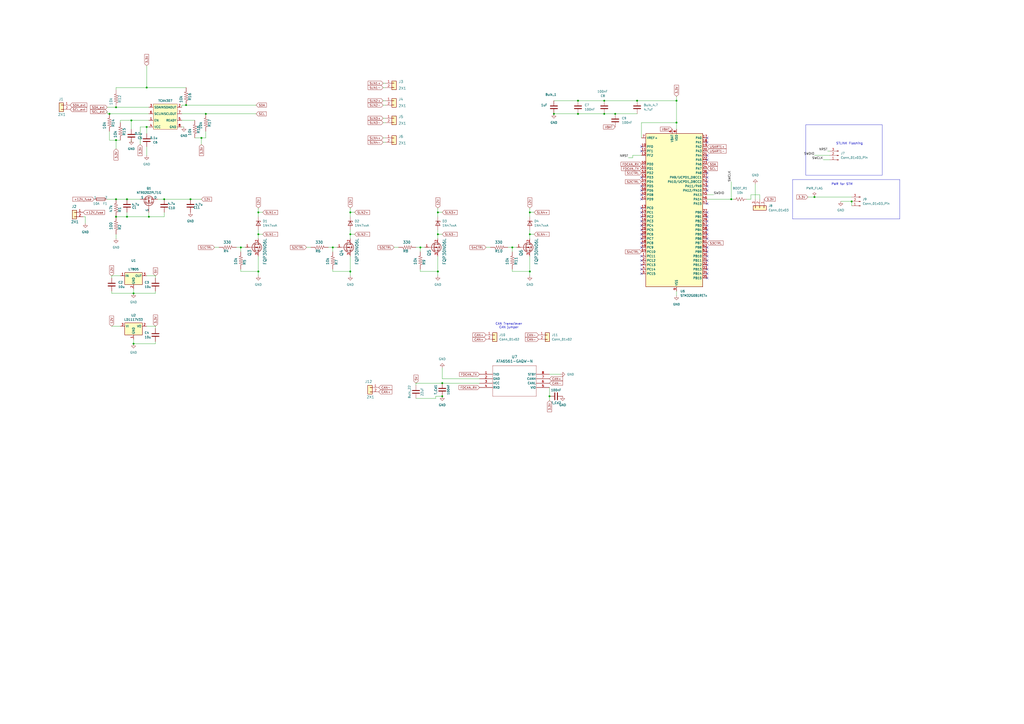
<source format=kicad_sch>
(kicad_sch (version 20250114) (generator "eeschema") (generator_version "9.0")
  (paper "A2")
  (text "STLINK Flashing\n" (at 492.76 83.312 0) (effects (font (size 1.27 1.27))))
  (text "CAN Transciever\nCAN jumper\n" (at 295.148 188.976 0) (effects (font (size 1.27 1.27))))
  (text "PWR for STM" (at 488.442 106.934 0) (effects (font (size 1.27 1.27))))
  (text_box "" (at 459.74 104.14 0) (size 62.23 22.86) (margins 0.9525 0.9525 0.9525 0.9525) (effects (font (size 1.27 1.27)) (justify left top)))
  (text_box "" (at 467.36 72.39 0) (size 44.45 29.21) (margins 0.9525 0.9525 0.9525 0.9525) (effects (font (size 1.27 1.27)) (justify left top)))
  (junction (at 139.7 143.51))
  (junction (at 73.66 115.57))
  (junction (at 254 157.48))
  (junction (at 77.47 199.39))
  (junction (at 110.49 115.57))
  (junction (at 392.43 58.42))
  (junction (at 335.28 66.04))
  (junction (at 350.52 58.42))
  (junction (at 203.2 123.19))
  (junction (at 203.2 135.89))
  (junction (at 67.31 115.57))
  (junction (at 243.84 143.51))
  (junction (at 63.5 66.04))
  (junction (at 193.04 143.51))
  (junction (at 256.54 229.87))
  (junction (at 356.87 66.04))
  (junction (at 256.54 222.25))
  (junction (at 254 123.19))
  (junction (at 472.44 114.3))
  (junction (at 307.34 135.89))
  (junction (at 149.86 157.48))
  (junction (at 350.52 66.04))
  (junction (at 335.28 58.42))
  (junction (at 107.95 60.96))
  (junction (at 95.25 115.57))
  (junction (at 424.18 115.57))
  (junction (at 76.2 69.85))
  (junction (at 149.86 123.19))
  (junction (at 73.66 125.73))
  (junction (at 307.34 157.48))
  (junction (at 149.86 135.89))
  (junction (at 119.38 66.04))
  (junction (at 318.77 229.87))
  (junction (at 85.09 50.8))
  (junction (at 392.43 71.12))
  (junction (at 494.03 116.84))
  (junction (at 307.34 123.19))
  (junction (at 116.84 80.01))
  (junction (at 297.18 143.51))
  (junction (at 85.09 73.66))
  (junction (at 321.31 66.04))
  (junction (at 67.31 81.28))
  (junction (at 86.36 125.73))
  (junction (at 67.31 125.73))
  (junction (at 67.31 62.23))
  (junction (at 254 135.89))
  (junction (at 203.2 157.48))
  (junction (at 369.57 58.42))
  (junction (at 77.47 170.18))
  (no_connect (at 372.11 148.59))
  (no_connect (at 410.21 156.21))
  (no_connect (at 410.21 92.71))
  (no_connect (at 372.11 120.65))
  (no_connect (at 372.11 87.63))
  (no_connect (at 372.11 115.57))
  (no_connect (at 372.11 130.81))
  (no_connect (at 372.11 128.27))
  (no_connect (at 372.11 156.21))
  (no_connect (at 410.21 123.19))
  (no_connect (at 410.21 161.29))
  (no_connect (at 410.21 143.51))
  (no_connect (at 410.21 107.95))
  (no_connect (at 372.11 110.49))
  (no_connect (at 410.21 151.13))
  (no_connect (at 372.11 107.95))
  (no_connect (at 410.21 105.41))
  (no_connect (at 410.21 158.75))
  (no_connect (at 410.21 133.35))
  (no_connect (at 410.21 80.01))
  (no_connect (at 372.11 143.51))
  (no_connect (at 372.11 151.13))
  (no_connect (at 410.21 102.87))
  (no_connect (at 372.11 113.03))
  (no_connect (at 372.11 153.67))
  (no_connect (at 372.11 125.73))
  (no_connect (at 410.21 100.33))
  (no_connect (at 372.11 140.97))
  (no_connect (at 410.21 110.49))
  (no_connect (at 410.21 125.73))
  (no_connect (at 372.11 138.43))
  (no_connect (at 410.21 128.27))
  (no_connect (at 372.11 123.19))
  (no_connect (at 372.11 158.75))
  (no_connect (at 410.21 82.55))
  (no_connect (at 372.11 133.35))
  (no_connect (at 410.21 148.59))
  (no_connect (at 410.21 138.43))
  (no_connect (at 372.11 102.87))
  (no_connect (at 410.21 146.05))
  (no_connect (at 372.11 135.89))
  (no_connect (at 410.21 118.11))
  (no_connect (at 410.21 135.89))
  (no_connect (at 410.21 90.17))
  (no_connect (at 410.21 153.67))
  (no_connect (at 410.21 130.81))
  (no_connect (at 372.11 85.09))
  (wire (pts (xy 222.25 82.55) (xy 223.52 82.55)))
  (wire (pts (xy 67.31 115.57) (xy 73.66 115.57)))
  (wire (pts (xy 307.34 157.48) (xy 307.34 160.02)))
  (wire (pts (xy 81.28 73.66) (xy 85.09 73.66)))
  (wire (pts (xy 392.43 55.88) (xy 392.43 58.42)))
  (wire (pts (xy 149.86 133.35) (xy 149.86 135.89)))
  (wire (pts (xy 392.43 58.42) (xy 369.57 58.42)))
  (wire (pts (xy 64.77 170.18) (xy 64.77 168.91)))
  (wire (pts (xy 203.2 123.19) (xy 205.74 123.19)))
  (wire (pts (xy 477.52 92.71) (xy 481.33 92.71)))
  (wire (pts (xy 149.86 135.89) (xy 149.86 138.43)))
  (wire (pts (xy 193.04 143.51) (xy 195.58 143.51)))
  (wire (pts (xy 203.2 123.19) (xy 203.2 125.73)))
  (wire (pts (xy 480.06 87.63) (xy 481.33 87.63)))
  (wire (pts (xy 63.5 81.28) (xy 67.31 81.28)))
  (wire (pts (xy 90.17 189.23) (xy 90.17 190.5)))
  (wire (pts (xy 254 135.89) (xy 254 138.43)))
  (wire (pts (xy 372.11 71.12) (xy 392.43 71.12)))
  (wire (pts (xy 297.18 143.51) (xy 297.18 146.05)))
  (wire (pts (xy 105.41 66.04) (xy 119.38 66.04)))
  (wire (pts (xy 297.18 143.51) (xy 299.72 143.51)))
  (wire (pts (xy 472.44 114.3) (xy 494.03 114.3)))
  (wire (pts (xy 63.5 76.2) (xy 63.5 81.28)))
  (wire (pts (xy 64.77 160.02) (xy 69.85 160.02)))
  (wire (pts (xy 139.7 143.51) (xy 142.24 143.51)))
  (wire (pts (xy 222.25 68.58) (xy 223.52 68.58)))
  (wire (pts (xy 63.5 66.04) (xy 62.23 66.04)))
  (wire (pts (xy 203.2 133.35) (xy 203.2 135.89)))
  (wire (pts (xy 62.23 115.57) (xy 67.31 115.57)))
  (wire (pts (xy 228.6 143.51) (xy 231.14 143.51)))
  (wire (pts (xy 48.26 125.73) (xy 49.53 125.73)))
  (wire (pts (xy 76.2 69.85) (xy 76.2 74.93)))
  (wire (pts (xy 424.18 115.57) (xy 425.45 115.57)))
  (wire (pts (xy 124.46 143.51) (xy 127 143.51)))
  (wire (pts (xy 281.94 143.51) (xy 284.48 143.51)))
  (wire (pts (xy 243.84 143.51) (xy 243.84 146.05)))
  (wire (pts (xy 193.04 157.48) (xy 203.2 157.48)))
  (wire (pts (xy 91.44 115.57) (xy 95.25 115.57)))
  (wire (pts (xy 252.73 231.14) (xy 252.73 229.87)))
  (wire (pts (xy 137.16 143.51) (xy 139.7 143.51)))
  (wire (pts (xy 85.09 50.8) (xy 85.09 38.1)))
  (wire (pts (xy 254 123.19) (xy 256.54 123.19)))
  (wire (pts (xy 69.85 69.85) (xy 69.85 71.12)))
  (wire (pts (xy 364.49 91.44) (xy 367.03 91.44)))
  (wire (pts (xy 297.18 156.21) (xy 297.18 157.48)))
  (wire (pts (xy 254 157.48) (xy 254 148.59)))
  (wire (pts (xy 243.84 156.21) (xy 243.84 157.48)))
  (wire (pts (xy 222.25 80.01) (xy 223.52 80.01)))
  (wire (pts (xy 350.52 58.42) (xy 369.57 58.42)))
  (wire (pts (xy 85.09 50.8) (xy 107.95 50.8)))
  (wire (pts (xy 119.38 66.04) (xy 148.59 66.04)))
  (wire (pts (xy 116.84 80.01) (xy 119.38 80.01)))
  (wire (pts (xy 81.28 73.66) (xy 81.28 83.82)))
  (wire (pts (xy 494.03 116.84) (xy 494.03 119.38)))
  (wire (pts (xy 73.66 115.57) (xy 81.28 115.57)))
  (wire (pts (xy 392.43 71.12) (xy 392.43 74.93)))
  (wire (pts (xy 307.34 135.89) (xy 307.34 138.43)))
  (wire (pts (xy 256.54 222.25) (xy 278.13 222.25)))
  (wire (pts (xy 297.18 157.48) (xy 307.34 157.48)))
  (wire (pts (xy 113.03 80.01) (xy 116.84 80.01)))
  (wire (pts (xy 367.03 90.17) (xy 372.11 90.17)))
  (wire (pts (xy 254 135.89) (xy 256.54 135.89)))
  (wire (pts (xy 86.36 69.85) (xy 76.2 69.85)))
  (wire (pts (xy 203.2 157.48) (xy 203.2 160.02)))
  (wire (pts (xy 110.49 115.57) (xy 95.25 115.57)))
  (wire (pts (xy 254 123.19) (xy 254 125.73)))
  (wire (pts (xy 222.25 58.42) (xy 223.52 58.42)))
  (wire (pts (xy 67.31 135.89) (xy 67.31 138.43)))
  (wire (pts (xy 193.04 156.21) (xy 193.04 157.48)))
  (wire (pts (xy 67.31 62.23) (xy 62.23 62.23)))
  (wire (pts (xy 73.66 123.19) (xy 73.66 125.73)))
  (wire (pts (xy 85.09 160.02) (xy 90.17 160.02)))
  (wire (pts (xy 90.17 160.02) (xy 90.17 161.29)))
  (wire (pts (xy 278.13 219.71) (xy 256.54 219.71)))
  (wire (pts (xy 372.11 71.12) (xy 372.11 80.01)))
  (wire (pts (xy 49.53 125.73) (xy 49.53 129.54)))
  (wire (pts (xy 241.3 143.51) (xy 243.84 143.51)))
  (wire (pts (xy 149.86 123.19) (xy 152.4 123.19)))
  (wire (pts (xy 424.18 105.41) (xy 424.18 115.57)))
  (wire (pts (xy 105.41 60.96) (xy 107.95 60.96)))
  (wire (pts (xy 149.86 120.65) (xy 149.86 123.19)))
  (wire (pts (xy 433.07 115.57) (xy 435.61 115.57)))
  (wire (pts (xy 318.77 229.87) (xy 318.77 224.79)))
  (wire (pts (xy 203.2 135.89) (xy 203.2 138.43)))
  (wire (pts (xy 63.5 66.04) (xy 86.36 66.04)))
  (wire (pts (xy 85.09 73.66) (xy 86.36 73.66)))
  (wire (pts (xy 77.47 167.64) (xy 77.47 170.18)))
  (wire (pts (xy 149.86 135.89) (xy 152.4 135.89)))
  (wire (pts (xy 307.34 133.35) (xy 307.34 135.89)))
  (wire (pts (xy 256.54 213.36) (xy 256.54 219.71)))
  (wire (pts (xy 95.25 123.19) (xy 95.25 125.73)))
  (wire (pts (xy 139.7 143.51) (xy 139.7 146.05)))
  (wire (pts (xy 252.73 229.87) (xy 256.54 229.87)))
  (wire (pts (xy 86.36 125.73) (xy 73.66 125.73)))
  (wire (pts (xy 105.41 69.85) (xy 113.03 69.85)))
  (wire (pts (xy 254 120.65) (xy 254 123.19)))
  (wire (pts (xy 67.31 62.23) (xy 86.36 62.23)))
  (wire (pts (xy 222.25 50.8) (xy 223.52 50.8)))
  (wire (pts (xy 243.84 143.51) (xy 246.38 143.51)))
  (wire (pts (xy 367.03 91.44) (xy 367.03 90.17)))
  (wire (pts (xy 321.31 58.42) (xy 335.28 58.42)))
  (wire (pts (xy 105.41 60.96) (xy 105.41 62.23)))
  (wire (pts (xy 86.36 123.19) (xy 86.36 125.73)))
  (wire (pts (xy 76.2 82.55) (xy 76.2 81.28)))
  (wire (pts (xy 105.41 73.66) (xy 106.68 73.66)))
  (wire (pts (xy 203.2 120.65) (xy 203.2 123.19)))
  (wire (pts (xy 107.95 60.96) (xy 148.59 60.96)))
  (wire (pts (xy 318.77 232.41) (xy 318.77 229.87)))
  (wire (pts (xy 294.64 143.51) (xy 297.18 143.51)))
  (wire (pts (xy 149.86 157.48) (xy 149.86 148.59)))
  (wire (pts (xy 307.34 123.19) (xy 307.34 125.73)))
  (wire (pts (xy 254 157.48) (xy 254 160.02)))
  (wire (pts (xy 90.17 170.18) (xy 90.17 168.91)))
  (wire (pts (xy 307.34 157.48) (xy 307.34 148.59)))
  (wire (pts (xy 67.31 50.8) (xy 67.31 52.07)))
  (wire (pts (xy 73.66 125.73) (xy 67.31 125.73)))
  (wire (pts (xy 222.25 60.96) (xy 223.52 60.96)))
  (wire (pts (xy 307.34 120.65) (xy 307.34 123.19)))
  (wire (pts (xy 410.21 115.57) (xy 424.18 115.57)))
  (wire (pts (xy 77.47 199.39) (xy 90.17 199.39)))
  (wire (pts (xy 468.63 114.3) (xy 472.44 114.3)))
  (wire (pts (xy 64.77 161.29) (xy 64.77 160.02)))
  (wire (pts (xy 116.84 80.01) (xy 116.84 83.82)))
  (wire (pts (xy 222.25 71.12) (xy 223.52 71.12)))
  (wire (pts (xy 243.84 157.48) (xy 254 157.48)))
  (wire (pts (xy 356.87 66.04) (xy 369.57 66.04)))
  (wire (pts (xy 85.09 90.17) (xy 85.09 85.09)))
  (wire (pts (xy 90.17 199.39) (xy 90.17 198.12)))
  (wire (pts (xy 119.38 80.01) (xy 119.38 76.2)))
  (wire (pts (xy 307.34 123.19) (xy 309.88 123.19)))
  (wire (pts (xy 222.25 48.26) (xy 223.52 48.26)))
  (wire (pts (xy 435.61 115.57) (xy 435.61 113.03)))
  (wire (pts (xy 321.31 66.04) (xy 335.28 66.04)))
  (wire (pts (xy 116.84 115.57) (xy 110.49 115.57)))
  (wire (pts (xy 76.2 69.85) (xy 69.85 69.85)))
  (wire (pts (xy 203.2 157.48) (xy 203.2 148.59)))
  (wire (pts (xy 307.34 135.89) (xy 309.88 135.89)))
  (wire (pts (xy 410.21 113.03) (xy 414.02 113.03)))
  (wire (pts (xy 85.09 77.47) (xy 85.09 73.66)))
  (wire (pts (xy 241.3 222.25) (xy 241.3 223.52)))
  (wire (pts (xy 241.3 231.14) (xy 252.73 231.14)))
  (wire (pts (xy 64.77 170.18) (xy 77.47 170.18)))
  (wire (pts (xy 335.28 66.04) (xy 350.52 66.04)))
  (wire (pts (xy 335.28 58.42) (xy 350.52 58.42)))
  (wire (pts (xy 67.31 81.28) (xy 69.85 81.28)))
  (wire (pts (xy 177.8 143.51) (xy 180.34 143.51)))
  (wire (pts (xy 139.7 157.48) (xy 149.86 157.48)))
  (wire (pts (xy 67.31 50.8) (xy 85.09 50.8)))
  (wire (pts (xy 85.09 189.23) (xy 90.17 189.23)))
  (wire (pts (xy 77.47 196.85) (xy 77.47 199.39)))
  (wire (pts (xy 241.3 222.25) (xy 256.54 222.25)))
  (wire (pts (xy 64.77 189.23) (xy 69.85 189.23)))
  (wire (pts (xy 318.77 217.17) (xy 325.12 217.17)))
  (wire (pts (xy 472.44 90.17) (xy 481.33 90.17)))
  (wire (pts (xy 190.5 143.51) (xy 193.04 143.51)))
  (wire (pts (xy 440.69 113.03) (xy 440.69 115.57)))
  (wire (pts (xy 139.7 156.21) (xy 139.7 157.48)))
  (wire (pts (xy 438.15 106.68) (xy 438.15 115.57)))
  (wire (pts (xy 149.86 123.19) (xy 149.86 125.73)))
  (wire (pts (xy 149.86 157.48) (xy 149.86 160.02)))
  (wire (pts (xy 193.04 143.51) (xy 193.04 146.05)))
  (wire (pts (xy 67.31 81.28) (xy 67.31 86.36)))
  (wire (pts (xy 494.03 116.84) (xy 487.68 116.84)))
  (wire (pts (xy 435.61 113.03) (xy 440.69 113.03)))
  (wire (pts (xy 392.43 168.91) (xy 392.43 171.45)))
  (wire (pts (xy 203.2 135.89) (xy 205.74 135.89)))
  (wire (pts (xy 77.47 170.18) (xy 90.17 170.18)))
  (wire (pts (xy 62.23 66.04) (xy 62.23 64.77)))
  (wire (pts (xy 392.43 58.42) (xy 392.43 71.12)))
  (wire (pts (xy 95.25 125.73) (xy 86.36 125.73)))
  (wire (pts (xy 254 133.35) (xy 254 135.89)))
  (wire (pts (xy 350.52 66.04) (xy 356.87 66.04)))
  (label "SWCLK" (at 477.52 92.71 180))
  (label "SWDIO" (at 414.02 113.03 0))
  (label "SWDIO" (at 472.44 90.17 180))
  (label "NRST" (at 364.49 91.44 180))
  (label "SWCLK" (at 424.18 105.41 90))
  (label "NRST" (at 480.06 87.63 180))
  (global_label "3.3V" (shape input) (at 443.23 115.57 0) (property "Intersheetrefs" "${INTERSHEET_REFS}" (effects (hide yes))))
  (global_label "CAN+" (shape input) (at 281.94 194.31 180) (property "Intersheetrefs" "${INTERSHEET_REFS}" (effects (hide yes))))
  (global_label "SLN4+" (shape input) (at 222.25 80.01 180) (property "Intersheetrefs" "${INTERSHEET_REFS}" (effects (hide yes))))
  (global_label "S3CTRL" (shape input) (at 228.6 143.51 180) (property "Intersheetrefs" "${INTERSHEET_REFS}" (effects (hide yes))))
  (global_label "12V" (shape input) (at 149.86 120.65 90) (property "Intersheetrefs" "${INTERSHEET_REFS}" (effects (hide yes))))
  (global_label "S2CTRL" (shape input) (at 177.8 143.51 180) (property "Intersheetrefs" "${INTERSHEET_REFS}" (effects (hide yes))))
  (global_label "SDA_ext" (shape input) (at 62.23 62.23 180) (property "Intersheetrefs" "${INTERSHEET_REFS}" (effects (hide yes))))
  (global_label "VBAT" (shape input) (at 389.89 74.93 180) (property "Intersheetrefs" "${INTERSHEET_REFS}" (effects (hide yes))))
  (global_label "SLN1-" (shape input) (at 222.25 50.8 180) (property "Intersheetrefs" "${INTERSHEET_REFS}" (effects (hide yes))))
  (global_label "12V" (shape input) (at 64.77 189.23 90) (property "Intersheetrefs" "${INTERSHEET_REFS}" (effects (hide yes))))
  (global_label "USART1-" (shape input) (at 410.21 87.63 0) (property "Intersheetrefs" "${INTERSHEET_REFS}" (effects (hide yes))))
  (global_label "12V" (shape input) (at 307.34 120.65 90) (property "Intersheetrefs" "${INTERSHEET_REFS}" (effects (hide yes))))
  (global_label "CAN-" (shape input) (at 312.42 196.85 180) (property "Intersheetrefs" "${INTERSHEET_REFS}" (effects (hide yes))))
  (global_label "S4CTRL" (shape input) (at 281.94 143.51 180) (property "Intersheetrefs" "${INTERSHEET_REFS}" (effects (hide yes))))
  (global_label "5V" (shape input) (at 241.3 222.25 90) (property "Intersheetrefs" "${INTERSHEET_REFS}" (effects (hide yes))))
  (global_label "SDA" (shape input) (at 148.59 60.96 0) (property "Intersheetrefs" "${INTERSHEET_REFS}" (effects (hide yes))))
  (global_label "SCL" (shape input) (at 148.59 66.04 0) (property "Intersheetrefs" "${INTERSHEET_REFS}" (effects (hide yes))))
  (global_label "SCL" (shape input) (at 410.21 97.79 0) (property "Intersheetrefs" "${INTERSHEET_REFS}" (effects (hide yes))))
  (global_label "SLN1+" (shape input) (at 222.25 48.26 180) (property "Intersheetrefs" "${INTERSHEET_REFS}" (effects (hide yes))))
  (global_label "CAN-" (shape input) (at 219.71 224.79 0) (property "Intersheetrefs" "${INTERSHEET_REFS}" (effects (hide yes))))
  (global_label "12V" (shape input) (at 254 120.65 90) (property "Intersheetrefs" "${INTERSHEET_REFS}" (effects (hide yes))))
  (global_label "SLN2-" (shape input) (at 205.74 135.89 0) (property "Intersheetrefs" "${INTERSHEET_REFS}" (effects (hide yes))))
  (global_label "3.3V" (shape input) (at 90.17 189.23 90) (property "Intersheetrefs" "${INTERSHEET_REFS}" (effects (hide yes))))
  (global_label "SLN4-" (shape input) (at 222.25 82.55 180) (property "Intersheetrefs" "${INTERSHEET_REFS}" (effects (hide yes))))
  (global_label "SLN3+" (shape input) (at 256.54 123.19 0) (property "Intersheetrefs" "${INTERSHEET_REFS}" (effects (hide yes))))
  (global_label "3.3V" (shape input) (at 67.31 86.36 270) (property "Intersheetrefs" "${INTERSHEET_REFS}" (effects (hide yes))))
  (global_label "VBAT" (shape input) (at 356.87 73.66 180) (property "Intersheetrefs" "${INTERSHEET_REFS}" (effects (hide yes))))
  (global_label "SLN3+" (shape input) (at 222.25 68.58 180) (property "Intersheetrefs" "${INTERSHEET_REFS}" (effects (hide yes))))
  (global_label "+12V_fuse" (shape input) (at 48.26 123.19 0) (property "Intersheetrefs" "${INTERSHEET_REFS}" (effects (hide yes))))
  (global_label "3.3V" (shape input) (at 468.63 114.3 180) (property "Intersheetrefs" "${INTERSHEET_REFS}" (effects (hide yes))))
  (global_label "FDCAN_RX" (shape input) (at 372.11 95.25 180) (property "Intersheetrefs" "${INTERSHEET_REFS}" (effects (hide yes))))
  (global_label "12V" (shape input) (at 203.2 120.65 90) (property "Intersheetrefs" "${INTERSHEET_REFS}" (effects (hide yes))))
  (global_label "FDCAN_TX" (shape input) (at 278.13 217.17 180) (property "Intersheetrefs" "${INTERSHEET_REFS}" (effects (hide yes))))
  (global_label "S4CTRL" (shape input) (at 372.11 146.05 180) (property "Intersheetrefs" "${INTERSHEET_REFS}" (effects (hide yes))))
  (global_label "SLN2+" (shape input) (at 222.25 58.42 180) (property "Intersheetrefs" "${INTERSHEET_REFS}" (effects (hide yes))))
  (global_label "+12V_fuse" (shape input) (at 54.61 115.57 180) (property "Intersheetrefs" "${INTERSHEET_REFS}" (effects (hide yes))))
  (global_label "FDCAN_TX" (shape input) (at 372.11 97.79 180) (property "Intersheetrefs" "${INTERSHEET_REFS}" (effects (hide yes))))
  (global_label "SDA_ext" (shape input) (at 40.64 60.96 0) (property "Intersheetrefs" "${INTERSHEET_REFS}" (effects (hide yes))))
  (global_label "S1CTRL" (shape input) (at 372.11 100.33 180) (property "Intersheetrefs" "${INTERSHEET_REFS}" (effects (hide yes))))
  (global_label "SLN3-" (shape input) (at 256.54 135.89 0) (property "Intersheetrefs" "${INTERSHEET_REFS}" (effects (hide yes))))
  (global_label "SLN1-" (shape input) (at 152.4 135.89 0) (property "Intersheetrefs" "${INTERSHEET_REFS}" (effects (hide yes))))
  (global_label "12V" (shape input) (at 64.77 160.02 90) (property "Intersheetrefs" "${INTERSHEET_REFS}" (effects (hide yes))))
  (global_label "USART1+" (shape input) (at 410.21 85.09 0) (property "Intersheetrefs" "${INTERSHEET_REFS}" (effects (hide yes))))
  (global_label "SCL_ext" (shape input) (at 40.64 63.5 0) (property "Intersheetrefs" "${INTERSHEET_REFS}" (effects (hide yes))))
  (global_label "FDCAN_RX" (shape input) (at 278.13 224.79 180) (property "Intersheetrefs" "${INTERSHEET_REFS}" (effects (hide yes))))
  (global_label "CAN+" (shape input) (at 281.94 196.85 180) (property "Intersheetrefs" "${INTERSHEET_REFS}" (effects (hide yes))))
  (global_label "SLN3-" (shape input) (at 222.25 71.12 180) (property "Intersheetrefs" "${INTERSHEET_REFS}" (effects (hide yes))))
  (global_label "SLN2+" (shape input) (at 205.74 123.19 0) (property "Intersheetrefs" "${INTERSHEET_REFS}" (effects (hide yes))))
  (global_label "3.3V" (shape input) (at 392.43 55.88 90) (property "Intersheetrefs" "${INTERSHEET_REFS}" (effects (hide yes))))
  (global_label "CAN-" (shape input) (at 318.77 222.25 0) (property "Intersheetrefs" "${INTERSHEET_REFS}" (effects (hide yes))))
  (global_label "3.3V" (shape input) (at 116.84 83.82 270) (property "Intersheetrefs" "${INTERSHEET_REFS}" (effects (hide yes))))
  (global_label "3.3V" (shape input) (at 85.09 38.1 90) (property "Intersheetrefs" "${INTERSHEET_REFS}" (effects (hide yes))))
  (global_label "CAN-" (shape input) (at 312.42 194.31 180) (property "Intersheetrefs" "${INTERSHEET_REFS}" (effects (hide yes))))
  (global_label "S1CTRL" (shape input) (at 124.46 143.51 180) (property "Intersheetrefs" "${INTERSHEET_REFS}" (effects (hide yes))))
  (global_label "3.3V" (shape input) (at 81.28 83.82 270) (property "Intersheetrefs" "${INTERSHEET_REFS}" (effects (hide yes))))
  (global_label "5V" (shape input) (at 90.17 160.02 90) (property "Intersheetrefs" "${INTERSHEET_REFS}" (effects (hide yes))))
  (global_label "CAN+" (shape input) (at 318.77 219.71 0) (property "Intersheetrefs" "${INTERSHEET_REFS}" (effects (hide yes))))
  (global_label "SLN4+" (shape input) (at 309.88 123.19 0) (property "Intersheetrefs" "${INTERSHEET_REFS}" (effects (hide yes))))
  (global_label "S3CTRL" (shape input) (at 410.21 140.97 0) (property "Intersheetrefs" "${INTERSHEET_REFS}" (effects (hide yes))))
  (global_label "SCL_ext" (shape input) (at 62.23 64.77 180) (property "Intersheetrefs" "${INTERSHEET_REFS}" (effects (hide yes))))
  (global_label "SLN1+" (shape input) (at 152.4 123.19 0) (property "Intersheetrefs" "${INTERSHEET_REFS}" (effects (hide yes))))
  (global_label "CAN+" (shape input) (at 219.71 227.33 0) (property "Intersheetrefs" "${INTERSHEET_REFS}" (effects (hide yes))))
  (global_label "S2CTRL" (shape input) (at 372.11 105.41 180) (property "Intersheetrefs" "${INTERSHEET_REFS}" (effects (hide yes))))
  (global_label "3.3V" (shape input) (at 318.77 232.41 270) (property "Intersheetrefs" "${INTERSHEET_REFS}" (effects (hide yes))))
  (global_label "SLN4-" (shape input) (at 309.88 135.89 0) (property "Intersheetrefs" "${INTERSHEET_REFS}" (effects (hide yes))))
  (global_label "SLN2-" (shape input) (at 222.25 60.96 180) (property "Intersheetrefs" "${INTERSHEET_REFS}" (effects (hide yes))))
  (global_label "SDA" (shape input) (at 410.21 95.25 0) (property "Intersheetrefs" "${INTERSHEET_REFS}" (effects (hide yes))))
  (global_label "12V" (shape input) (at 116.84 115.57 0) (property "Intersheetrefs" "${INTERSHEET_REFS}" (effects (hide yes))))
  (symbol (lib_id "Device:C") (at 90.17 194.31 0) (unit 1)
    (property "Reference" "C4" (at 83.82 193.04 0) (effects (justify left)))
    (property "Value" "10u" (at 83.82 195.58 0) (effects (justify left)))
    (property "Footprint" "Capacitor_THT:CP_Radial_D5.0mm_P2.00mm" (effects (hide yes)))
  )
  (symbol (lib_id "Transistor_FET:IRLZ34N") (at 251.46 143.51 0) (unit 1)
    (property "Reference" "Q5" (at 248.92 148.59 90) (effects (font (size 1.778 1.778)) (justify left)))
    (property "Value" "FQP30N06L" (at 257.81 153.67 90) (effects (font (size 1.778 1.778)) (justify left)))
    (property "Footprint" "Package_TO_SOT_THT:TO-220-3_Vertical" (effects (hide yes)))
    (property "Datasheet" "http://www.infineon.com/dgdl/irlz34npbf.pdf?fileId=5546d462533600a40153567206892720" (effects (hide yes)))
  )
  (symbol (lib_id "Device:C") (at 73.66 119.38 180) (unit 1)
    (property "Reference" "C1" (at 79.248 120.396 0) (effects (justify left)))
    (property "Value" "4.7u" (at 80.772 118.618 0) (effects (justify left)))
    (property "Footprint" "Capacitor_SMD:C_0402_1005Metric" (effects (hide yes)))
  )
  (symbol (lib_id "Connector_Generic:Conn_01x02") (at 287.02 194.31 0) (unit 1)
    (property "Reference" "J10" (at 289.56 194.3099 0) (effects (justify left)))
    (property "Value" "Conn_01x02" (at 289.56 196.8499 0) (effects (justify left)))
    (property "Footprint" "Connector_PinHeader_2.54mm:PinHeader_1x02_P2.54mm_Vertical" (effects (hide yes)))
    (property "Description" "Generic connector, single row, 01x02, script generated (kicad-library-utils/schlib/autogen/connector/)" (effects (hide yes)))
  )
  (symbol (lib_id "PowerboardRev5-eagle-import:R-US_R0805") (at 297.18 151.13 270) (mirror x) (unit 1)
    (property "Reference" "R11" (at 298.45 153.67 0) (effects (font (size 1.4986 1.4986)) (justify left bottom)))
    (property "Value" "10k" (at 293.37 153.67 0) (effects (font (size 1.4986 1.4986)) (justify left bottom)))
    (property "Footprint" "Resistor_SMD:R_0805_2012Metric_Pad1.20x1.40mm_HandSolder" (effects (hide yes)))
  )
  (symbol (lib_id "power:GND") (at 256.54 213.36 180) (unit 1)
    (property "Reference" "#PWR050" (effects (hide yes)))
    (property "Value" "GND" (at 256.54 208.28 0))
  )
  (symbol (lib_id "Transistor_FET:IRLZ34N") (at 200.66 143.51 0) (unit 1)
    (property "Reference" "Q4" (at 198.12 148.59 90) (effects (font (size 1.778 1.778)) (justify left)))
    (property "Value" "FQP30N06L" (at 207.01 153.67 90) (effects (font (size 1.778 1.778)) (justify left)))
    (property "Footprint" "Package_TO_SOT_THT:TO-220-3_Vertical" (effects (hide yes)))
    (property "Datasheet" "http://www.infineon.com/dgdl/irlz34npbf.pdf?fileId=5546d462533600a40153567206892720" (effects (hide yes)))
  )
  (symbol (lib_id "power:GND") (at 256.54 229.87 0) (unit 1)
    (property "Reference" "#PWR049" (effects (hide yes)))
    (property "Value" "GND" (at 256.54 234.95 0))
  )
  (symbol (lib_id "PowerboardRev5-eagle-import:R-US_R0805") (at 67.31 130.81 270) (mirror x) (unit 1)
    (property "Reference" "R2" (at 68.58 133.35 0) (effects (font (size 1.4986 1.4986)) (justify left bottom)))
    (property "Value" "100" (at 63.5 133.35 0) (effects (font (size 1.4986 1.4986)) (justify left bottom)))
    (property "Footprint" "Resistor_SMD:R_0805_2012Metric_Pad1.20x1.40mm_HandSolder" (effects (hide yes)))
  )
  (symbol (lib_id "Connector_Generic:Conn_01x03") (at 440.69 120.65 270) (unit 1)
    (property "Reference" "J8" (at 445.77 119.3799 90) (effects (justify left)))
    (property "Value" "Conn_01x03" (at 445.77 121.9199 90) (effects (justify left)))
    (property "Footprint" "custom_components:slide_switch_EGER1218_Thruster" (effects (hide yes)))
    (property "Description" "Generic connector, single row, 01x03, script generated (kicad-library-utils/schlib/autogen/connector/)" (effects (hide yes)))
  )
  (symbol (lib_id "power:GND") (at 321.31 66.04 0) (unit 1)
    (property "Reference" "#PWR052" (effects (hide yes)))
    (property "Value" "GND" (at 321.31 71.12 0))
  )
  (symbol (lib_id "Connector_Generic:Conn_01x02") (at 228.6 68.58 0) (unit 1)
    (property "Reference" "J5" (at 231.14 68.58 0) (effects (font (size 1.4986 1.4986)) (justify left bottom)))
    (property "Value" "2X1" (at 231.14 72.39 0) (effects (font (size 1.4986 1.4986)) (justify left bottom)))
    (property "Footprint" "Connector_JST:JST_PH_B2B-PH-K_1x02_P2.00mm_Vertical" (effects (hide yes)))
  )
  (symbol (lib_id "power:GND") (at 326.39 229.87 0) (unit 1)
    (property "Reference" "#PWR048" (effects (hide yes)))
    (property "Value" "GND" (at 326.39 234.95 0))
  )
  (symbol (lib_id "Device:R_US") (at 429.26 115.57 90) (unit 1)
    (property "Reference" "BOOT_R1" (at 429.26 109.22 90))
    (property "Value" "10k" (at 429.26 111.76 90))
    (property "Footprint" "Resistor_SMD:R_0805_2012Metric_Pad1.20x1.40mm_HandSolder" (effects (hide yes)))
    (property "Description" "Resistor, US symbol" (effects (hide yes)))
  )
  (symbol (lib_id "Device:C") (at 350.52 62.23 0) (mirror y) (unit 1)
    (property "Reference" "C8" (at 351.028 55.626 0) (effects (justify left)))
    (property "Value" "100nF" (at 352.552 53.086 0) (effects (justify left)))
    (property "Footprint" "Capacitor_SMD:C_0805_2012Metric_Pad1.18x1.45mm_HandSolder" (effects (hide yes)))
    (property "Description" "Unpolarized capacitor" (effects (hide yes)))
  )
  (symbol (lib_id "Device:C") (at 322.58 229.87 90) (unit 1)
    (property "Reference" "T_Cd2" (at 322.58 233.68 90))
    (property "Value" "100nF" (at 322.58 226.314 90))
    (property "Footprint" "Capacitor_SMD:C_0805_2012Metric_Pad1.18x1.45mm_HandSolder" (effects (hide yes)))
    (property "Description" "Unpolarized capacitor" (effects (hide yes)))
  )
  (symbol (lib_id "PowerboardRev5-eagle-import:R-US_R0805") (at 132.08 143.51 0) (mirror x) (unit 1)
    (property "Reference" "R4" (at 129.54 144.78 0) (effects (font (size 1.4986 1.4986)) (justify left bottom)))
    (property "Value" "330" (at 129.54 139.7 0) (effects (font (size 1.4986 1.4986)) (justify left bottom)))
    (property "Footprint" "Resistor_SMD:R_0805_2012Metric_Pad1.20x1.40mm_HandSolder" (effects (hide yes)))
  )
  (symbol (lib_id "Connector_Generic:Conn_01x02") (at 228.6 80.01 0) (unit 1)
    (property "Reference" "J6" (at 231.14 80.01 0) (effects (font (size 1.4986 1.4986)) (justify left bottom)))
    (property "Value" "2X1" (at 231.14 83.82 0) (effects (font (size 1.4986 1.4986)) (justify left bottom)))
    (property "Footprint" "Connector_JST:JST_PH_B2B-PH-K_1x02_P2.00mm_Vertical" (effects (hide yes)))
  )
  (symbol (lib_id "Device:C") (at 241.3 227.33 0) (unit 1)
    (property "Reference" "Bulk_22" (at 237.49 227.33 90))
    (property "Value" "22uF" (at 244.856 227.33 90))
    (property "Footprint" "Capacitor_SMD:C_0805_2012Metric_Pad1.18x1.45mm_HandSolder" (effects (hide yes)))
    (property "Description" "Unpolarized capacitor" (effects (hide yes)))
  )
  (symbol (lib_id "PowerboardRev5-eagle-import:R-US_R0805") (at 63.5 71.12 270) (mirror x) (unit 1)
    (property "Reference" "R14" (at 64.77 73.66 0) (effects (font (size 1.4986 1.4986)) (justify left bottom)))
    (property "Value" "10k" (at 59.69 74.93 0) (effects (font (size 1.4986 1.4986)) (justify left bottom)))
    (property "Footprint" "Resistor_SMD:R_0805_2012Metric_Pad1.20x1.40mm_HandSolder" (effects (hide yes)))
  )
  (symbol (lib_id "Regulator_Linear:LD1117S33TR_SOT223") (at 77.47 189.23 0) (unit 1)
    (property "Reference" "U2" (at 77.47 182.88 0))
    (property "Value" "LD1117V33" (at 77.47 185.42 0))
    (property "Footprint" "Package_TO_SOT_THT:TO-220-3_Vertical" (effects (hide yes)))
    (property "Datasheet" "http://www.st.com/st-web-ui/static/active/en/resource/technical/document/datasheet/CD00000544.pdf" (effects (hide yes)))
  )
  (symbol (lib_id "power:GND") (at 106.68 73.66 0) (unit 1)
    (property "Reference" "#PWR034" (effects (hide yes)))
    (property "Value" "GND" (at 106.68 78.74 0))
  )
  (symbol (lib_id "PowerboardRev5-eagle-import:R-US_R0805") (at 107.95 55.88 270) (mirror x) (unit 1)
    (property "Reference" "R16" (at 109.22 58.42 0) (effects (font (size 1.4986 1.4986)) (justify left bottom)))
    (property "Value" "10k" (at 104.14 59.69 0) (effects (font (size 1.4986 1.4986)) (justify left bottom)))
    (property "Footprint" "Resistor_SMD:R_0805_2012Metric_Pad1.20x1.40mm_HandSolder" (effects (hide yes)))
  )
  (symbol (lib_id "power:GND") (at 487.68 116.84 0) (unit 1)
    (property "Reference" "#PWR053" (effects (hide yes)))
    (property "Value" "GND" (at 487.68 121.92 0))
  )
  (symbol (lib_id "Device:C") (at 256.54 226.06 0) (unit 1)
    (property "Reference" "T_Cd1" (at 252.73 226.06 90))
    (property "Value" "100nF" (at 260.096 226.06 90))
    (property "Footprint" "Capacitor_SMD:C_0805_2012Metric_Pad1.18x1.45mm_HandSolder" (effects (hide yes)))
    (property "Description" "Unpolarized capacitor" (effects (hide yes)))
  )
  (symbol (lib_id "power:GND") (at 77.47 170.18 0) (unit 1)
    (property "Reference" "#PWR012" (effects (hide yes)))
    (property "Value" "GND" (at 77.47 175.26 0))
  )
  (symbol (lib_id "PowerboardRev5-eagle-import:R-US_R0805") (at 113.03 74.93 270) (mirror x) (unit 1)
    (property "Reference" "R18" (at 114.3 77.47 0) (effects (font (size 1.4986 1.4986)) (justify left bottom)))
    (property "Value" "10k" (at 109.22 78.74 0) (effects (font (size 1.4986 1.4986)) (justify left bottom)))
    (property "Footprint" "Capacitor_SMD:C_0201_0603Metric" (effects (hide yes)))
    (property "Datasheet" "Resistor_SMD:R_0805_2012Metric_Pad1.20x1.40mm_HandSolder" (effects (hide yes)))
  )
  (symbol (lib_id "PowerboardRev5-eagle-import:R-US_R0805") (at 69.85 76.2 270) (mirror x) (unit 1)
    (property "Reference" "R15" (at 71.12 78.74 0) (effects (font (size 1.4986 1.4986)) (justify left bottom)))
    (property "Value" "10k" (at 66.04 80.01 0) (effects (font (size 1.4986 1.4986)) (justify left bottom)))
    (property "Footprint" "Resistor_SMD:R_0805_2012Metric_Pad1.20x1.40mm_HandSolder" (effects (hide yes)))
  )
  (symbol (lib_id "Diode:1N47xxA") (at 203.2 129.54 270) (unit 1)
    (property "Reference" "D2" (at 205.74 128.27 90) (effects (justify left)))
    (property "Value" "1N47xxA" (at 205.74 130.81 90) (effects (justify left)))
    (property "Footprint" "Diode_THT:D_DO-41_SOD81_P10.16mm_Horizontal" (effects (hide yes)))
    (property "Datasheet" "https://www.vishay.com/docs/85816/1n4728a.pdf" (effects (hide yes)))
  )
  (symbol (lib_id "power:GND") (at 254 160.02 0) (unit 1)
    (property "Reference" "#PWR020" (effects (hide yes)))
    (property "Value" "GND" (at 254 165.1 0))
  )
  (symbol (lib_id "power:GND") (at 203.2 160.02 0) (unit 1)
    (property "Reference" "#PWR019" (effects (hide yes)))
    (property "Value" "GND" (at 203.2 165.1 0))
  )
  (symbol (lib_id "Connector_Generic:Conn_01x02") (at 43.18 123.19 0) (mirror y) (unit 1)
    (property "Reference" "J2" (at 44.45 120.65 0) (effects (font (size 1.4986 1.4986)) (justify left bottom)))
    (property "Value" "2X1" (at 45.72 129.54 0) (effects (font (size 1.4986 1.4986)) (justify left bottom)))
    (property "Footprint" "Connector_JST:JST_PH_B2B-PH-K_1x02_P2.00mm_Vertical" (effects (hide yes)))
  )
  (symbol (lib_id "PowerboardRev5-eagle-import:R-US_R0805") (at 119.38 71.12 270) (mirror x) (unit 1)
    (property "Reference" "R17" (at 120.65 73.66 0) (effects (font (size 1.4986 1.4986)) (justify left bottom)))
    (property "Value" "10k" (at 115.57 74.93 0) (effects (font (size 1.4986 1.4986)) (justify left bottom)))
    (property "Footprint" "Resistor_SMD:R_0805_2012Metric_Pad1.20x1.40mm_HandSolder" (effects (hide yes)))
  )
  (symbol (lib_id "MCU_ST_STM32G0:STM32G0B1RETx") (at 389.89 123.19 0) (unit 1)
    (property "Reference" "U6" (at 394.6241 168.91 0) (effects (justify left)))
    (property "Value" "STM32G0B1RETx" (at 394.6241 171.45 0) (effects (justify left)))
    (property "Footprint" "Package_QFP:LQFP-64_10x10mm_P0.5mm" (effects (hide yes)))
    (property "Datasheet" "https://www.st.com/resource/en/datasheet/stm32g0b1re.pdf" (effects (hide yes)))
  )
  (symbol (lib_id "Device:C") (at 90.17 165.1 0) (unit 1)
    (property "Reference" "C3" (at 83.82 163.83 0) (effects (justify left)))
    (property "Value" "10u" (at 83.82 166.37 0) (effects (justify left)))
    (property "Footprint" "Capacitor_THT:CP_Radial_D5.0mm_P2.00mm" (effects (hide yes)))
  )
  (symbol (lib_id "power:GND") (at 67.31 138.43 0) (unit 1)
    (property "Reference" "#PWR01" (effects (hide yes)))
    (property "Value" "GND" (at 67.31 143.51 0))
  )
  (symbol (lib_id "PowerboardRev5-eagle-import:R-US_R0805") (at 67.31 120.65 270) (mirror x) (unit 1)
    (property "Reference" "R1" (at 68.58 123.19 0) (effects (font (size 1.4986 1.4986)) (justify left bottom)))
    (property "Value" "47k" (at 63.5 123.19 0) (effects (font (size 1.4986 1.4986)) (justify left bottom)))
    (property "Footprint" "Resistor_SMD:R_0805_2012Metric_Pad1.20x1.40mm_HandSolder" (effects (hide yes)))
  )
  (symbol (lib_id "Device:C") (at 110.49 119.38 180) (unit 1)
    (property "Reference" "C11" (at 116.078 120.396 0) (effects (justify left)))
    (property "Value" "4.7u" (at 117.602 118.618 0) (effects (justify left)))
    (property "Footprint" "Capacitor_SMD:C_0402_1005Metric" (effects (hide yes)))
  )
  (symbol (lib_id "Diode:1N47xxA") (at 254 129.54 270) (unit 1)
    (property "Reference" "D3" (at 256.54 128.27 90) (effects (justify left)))
    (property "Value" "1N47xxA" (at 256.54 130.81 90) (effects (justify left)))
    (property "Footprint" "Diode_THT:D_DO-41_SOD81_P10.16mm_Horizontal" (effects (hide yes)))
    (property "Datasheet" "https://www.vishay.com/docs/85816/1n4728a.pdf" (effects (hide yes)))
  )
  (symbol (lib_id "power:GND") (at 438.15 106.68 180) (unit 1)
    (property "Reference" "#PWR044" (effects (hide yes)))
    (property "Value" "GND" (at 438.15 101.6 0))
  )
  (symbol (lib_id "power:GND") (at 325.12 217.17 90) (unit 1)
    (property "Reference" "#PWR047" (effects (hide yes)))
    (property "Value" "GND" (at 328.93 217.1699 90) (effects (justify right)))
  )
  (symbol (lib_id "Transistor_FET:IRLZ34N") (at 304.8 143.51 0) (unit 1)
    (property "Reference" "Q6" (at 302.26 148.59 90) (effects (font (size 1.778 1.778)) (justify left)))
    (property "Value" "FQP30N06L" (at 311.15 153.67 90) (effects (font (size 1.778 1.778)) (justify left)))
    (property "Footprint" "Package_TO_SOT_THT:TO-220-3_Vertical" (effects (hide yes)))
    (property "Datasheet" "http://www.infineon.com/dgdl/irlz34npbf.pdf?fileId=5546d462533600a40153567206892720" (effects (hide yes)))
  )
  (symbol (lib_id "PowerboardRev5-eagle-import:R-US_R0805") (at 193.04 151.13 270) (mirror x) (unit 1)
    (property "Reference" "R7" (at 194.31 153.67 0) (effects (font (size 1.4986 1.4986)) (justify left bottom)))
    (property "Value" "10k" (at 189.23 153.67 0) (effects (font (size 1.4986 1.4986)) (justify left bottom)))
    (property "Footprint" "Resistor_SMD:R_0805_2012Metric_Pad1.20x1.40mm_HandSolder" (effects (hide yes)))
  )
  (symbol (lib_id "power:GND") (at 77.47 199.39 0) (unit 1)
    (property "Reference" "#PWR011" (effects (hide yes)))
    (property "Value" "GND" (at 77.47 204.47 0))
  )
  (symbol (lib_id "Device:C") (at 95.25 119.38 180) (unit 1)
    (property "Reference" "C10" (at 101.6 120.65 0) (effects (justify left)))
    (property "Value" "4.7u" (at 101.6 118.11 0) (effects (justify left)))
    (property "Footprint" "Capacitor_SMD:C_0402_1005Metric" (effects (hide yes)))
  )
  (symbol (lib_id "power:GND") (at 392.43 171.45 0) (unit 1)
    (property "Reference" "#PWR051" (effects (hide yes)))
    (property "Value" "GND" (at 392.43 176.53 0))
  )
  (symbol (lib_id "Connector:Conn_01x03_Pin") (at 486.41 90.17 180) (unit 1)
    (property "Reference" "J7" (at 487.68 88.8999 0) (effects (justify right)))
    (property "Value" "Conn_01x03_Pin" (at 487.68 91.4399 0) (effects (justify right)))
    (property "Footprint" "Connector_PinHeader_2.54mm:PinHeader_1x03_P2.54mm_Vertical" (effects (hide yes)))
    (property "Description" "Generic connector, single row, 01x03, script generated" (effects (hide yes)))
  )
  (symbol (lib_id "Device:C") (at 335.28 62.23 0) (unit 1)
    (property "Reference" "C7" (at 339.09 60.9599 0) (effects (justify left)))
    (property "Value" "100nF" (at 339.09 63.4999 0) (effects (justify left)))
    (property "Footprint" "Capacitor_SMD:C_0805_2012Metric_Pad1.18x1.45mm_HandSolder" (effects (hide yes)))
    (property "Description" "Unpolarized capacitor" (effects (hide yes)))
  )
  (symbol (lib_id "PowerboardRev5-eagle-import:R-US_R0805") (at 67.31 57.15 270) (mirror x) (unit 1)
    (property "Reference" "R12" (at 68.58 59.69 0) (effects (font (size 1.4986 1.4986)) (justify left bottom)))
    (property "Value" "10k" (at 63.5 60.96 0) (effects (font (size 1.4986 1.4986)) (justify left bottom)))
    (property "Footprint" "Resistor_SMD:R_0805_2012Metric_Pad1.20x1.40mm_HandSolder" (effects (hide yes)))
  )
  (symbol (lib_id "Diode:1N47xxA") (at 307.34 129.54 270) (unit 1)
    (property "Reference" "D4" (at 309.88 128.27 90) (effects (justify left)))
    (property "Value" "1N47xxA" (at 309.88 130.81 90) (effects (justify left)))
    (property "Footprint" "Diode_THT:D_DO-41_SOD81_P10.16mm_Horizontal" (effects (hide yes)))
    (property "Datasheet" "https://www.vishay.com/docs/85816/1n4728a.pdf" (effects (hide yes)))
  )
  (symbol (lib_id "Device:C") (at 321.31 62.23 180) (unit 1)
    (property "Reference" "Bulk_1" (at 322.834 54.864 0) (effects (justify left)))
    (property "Value" "1uF" (at 317.5 60.9601 0) (effects (justify left)))
    (property "Footprint" "Capacitor_SMD:C_0805_2012Metric_Pad1.18x1.45mm_HandSolder" (effects (hide yes)))
    (property "Description" "Unpolarized capacitor" (effects (hide yes)))
  )
  (symbol (lib_id "PowerboardRev5-eagle-import:R-US_R0805") (at 289.56 143.51 0) (mirror x) (unit 1)
    (property "Reference" "R10" (at 287.02 144.78 0) (effects (font (size 1.4986 1.4986)) (justify left bottom)))
    (property "Value" "330" (at 287.02 139.7 0) (effects (font (size 1.4986 1.4986)) (justify left bottom)))
    (property "Footprint" "Resistor_SMD:R_0805_2012Metric_Pad1.20x1.40mm_HandSolder" (effects (hide yes)))
  )
  (symbol (lib_id "Connector_Generic:Conn_01x02") (at 35.56 60.96 0) (mirror y) (unit 1)
    (property "Reference" "J1" (at 36.83 58.42 0) (effects (font (size 1.4986 1.4986)) (justify left bottom)))
    (property "Value" "2X1" (at 38.1 67.31 0) (effects (font (size 1.4986 1.4986)) (justify left bottom)))
    (property "Footprint" "Connector_JST:JST_PH_B2B-PH-K_1x02_P2.00mm_Vertical" (effects (hide yes)))
  )
  (symbol (lib_id "Connector_Generic:Conn_01x02") (at 228.6 48.26 0) (unit 1)
    (property "Reference" "J3" (at 231.14 48.26 0) (effects (font (size 1.4986 1.4986)) (justify left bottom)))
    (property "Value" "2X1" (at 231.14 52.07 0) (effects (font (size 1.4986 1.4986)) (justify left bottom)))
    (property "Footprint" "Connector_JST:JST_PH_B2B-PH-K_1x02_P2.00mm_Vertical" (effects (hide yes)))
  )
  (symbol (lib_id "Device:C") (at 76.2 78.74 180) (unit 1)
    (property "Reference" "C5" (at 82.55 80.01 0) (effects (justify left)))
    (property "Value" "0.1u" (at 82.55 77.47 0) (effects (justify left)))
    (property "Footprint" "Capacitor_SMD:C_0402_1005Metric" (effects (hide yes)))
  )
  (symbol (lib_id "PowerboardRev5-eagle-import:R-US_R0805") (at 243.84 151.13 270) (mirror x) (unit 1)
    (property "Reference" "R9" (at 245.11 153.67 0) (effects (font (size 1.4986 1.4986)) (justify left bottom)))
    (property "Value" "10k" (at 240.03 153.67 0) (effects (font (size 1.4986 1.4986)) (justify left bottom)))
    (property "Footprint" "Resistor_SMD:R_0805_2012Metric_Pad1.20x1.40mm_HandSolder" (effects (hide yes)))
  )
  (symbol (lib_id "Connector_Generic:Conn_01x02") (at 214.63 224.79 0) (mirror y) (unit 1)
    (property "Reference" "J12" (at 215.9 222.25 0) (effects (font (size 1.4986 1.4986)) (justify left bottom)))
    (property "Value" "2X1" (at 217.17 231.14 0) (effects (font (size 1.4986 1.4986)) (justify left bottom)))
    (property "Footprint" "Connector_JST:JST_PH_B2B-PH-K_1x02_P2.00mm_Vertical" (effects (hide yes)))
  )
  (symbol (lib_id "Connector_Generic:Conn_01x02") (at 317.5 194.31 0) (unit 1)
    (property "Reference" "J11" (at 320.04 194.3099 0) (effects (justify left)))
    (property "Value" "Conn_01x02" (at 320.04 196.8499 0) (effects (justify left)))
    (property "Footprint" "Connector_PinHeader_2.54mm:PinHeader_1x02_P2.54mm_Vertical" (effects (hide yes)))
    (property "Description" "Generic connector, single row, 01x02, script generated (kicad-library-utils/schlib/autogen/connector/)" (effects (hide yes)))
  )
  (symbol (lib_id "Device:Fuse") (at 58.42 115.57 270) (unit 1)
    (property "Reference" "F1" (at 60.96 118.11 90))
    (property "Value" "10A" (at 55.88 118.11 90))
    (property "Footprint" "Fuse:Fuse_1206_3216Metric" (effects (hide yes)))
  )
  (symbol (lib_id "Device:C") (at 64.77 165.1 0) (unit 1)
    (property "Reference" "C2" (at 68.58 163.83 0) (effects (justify left)))
    (property "Value" "10u" (at 68.58 166.37 0) (effects (justify left)))
    (property "Footprint" "Capacitor_THT:CP_Radial_D5.0mm_P2.00mm" (effects (hide yes)))
  )
  (symbol (lib_id "PowerboardRev5-eagle-import:R-US_R0805") (at 236.22 143.51 0) (mirror x) (unit 1)
    (property "Reference" "R8" (at 233.68 144.78 0) (effects (font (size 1.4986 1.4986)) (justify left bottom)))
    (property "Value" "330" (at 233.68 139.7 0) (effects (font (size 1.4986 1.4986)) (justify left bottom)))
    (property "Footprint" "Resistor_SMD:R_0805_2012Metric_Pad1.20x1.40mm_HandSolder" (effects (hide yes)))
  )
  (symbol (lib_id "power:GND") (at 76.2 81.28 0) (unit 1)
    (property "Reference" "#PWR029" (effects (hide yes)))
    (property "Value" "GND" (at 76.2 86.36 0))
  )
  (symbol (lib_id "power:GND") (at 110.49 123.19 0) (unit 1)
    (property "Reference" "#PWR02" (effects (hide yes)))
    (property "Value" "GND" (at 110.49 128.27 0))
  )
  (symbol (lib_id "Transistor_FET:IRLZ34N") (at 147.32 143.51 0) (unit 1)
    (property "Reference" "Q3" (at 144.78 148.59 90) (effects (font (size 1.778 1.778)) (justify left)))
    (property "Value" "FQP30N06L" (at 153.67 153.67 90) (effects (font (size 1.778 1.778)) (justify left)))
    (property "Footprint" "Package_TO_SOT_THT:TO-220-3_Vertical" (effects (hide yes)))
    (property "Datasheet" "http://www.infineon.com/dgdl/irlz34npbf.pdf?fileId=5546d462533600a40153567206892720" (effects (hide yes)))
  )
  (symbol (lib_id "PowerboardRev5-eagle-import:R-US_R0805") (at 139.7 151.13 270) (mirror x) (unit 1)
    (property "Reference" "R5" (at 140.97 153.67 0) (effects (font (size 1.4986 1.4986)) (justify left bottom)))
    (property "Value" "10k" (at 135.89 153.67 0) (effects (font (size 1.4986 1.4986)) (justify left bottom)))
    (property "Footprint" "Resistor_SMD:R_0805_2012Metric_Pad1.20x1.40mm_HandSolder" (effects (hide yes)))
  )
  (symbol (lib_id "Device:C") (at 356.87 69.85 0) (unit 1)
    (property "Reference" "C9" (at 360.68 68.5799 0) (effects (justify left)))
    (property "Value" "100nF" (at 360.68 71.1199 0) (effects (justify left)))
    (property "Footprint" "Capacitor_SMD:C_0805_2012Metric_Pad1.18x1.45mm_HandSolder" (effects (hide yes)))
    (property "Description" "Unpolarized capacitor" (effects (hide yes)))
  )
  (symbol (lib_id "power:GND") (at 149.86 160.02 0) (unit 1)
    (property "Reference" "#PWR018" (effects (hide yes)))
    (property "Value" "GND" (at 149.86 165.1 0))
  )
  (symbol (lib_id "Device:C") (at 369.57 62.23 0) (unit 1)
    (property "Reference" "Bulk_4.7" (at 373.38 60.9599 0) (effects (justify left)))
    (property "Value" "4.7uF" (at 373.38 63.4999 0) (effects (justify left)))
    (property "Footprint" "Capacitor_SMD:C_0805_2012Metric_Pad1.18x1.45mm_HandSolder" (effects (hide yes)))
    (property "Description" "Unpolarized capacitor" (effects (hide yes)))
  )
  (symbol (lib_id "custom_components:ATA6561-GAQW-N") (at 278.13 217.17 0) (unit 1)
    (property "Reference" "U7" (at 298.45 207.01 0) (effects (font (size 1.524 1.524))))
    (property "Value" "ATA6561-GAQW-N" (at 298.45 209.55 0) (effects (font (size 1.524 1.524))))
    (property "Footprint" "custom_components:SOIC8_4P9X3P9MC_MCH" (effects (hide yes)))
    (property "Datasheet" "ATA6561-GAQW-N" (effects (hide yes)))
  )
  (symbol (lib_id "Simulation_SPICE:PMOS") (at 86.36 118.11 270) (mirror x) (unit 1)
    (property "Reference" "Q1" (at 86.36 109.22 90))
    (property "Value" "NTR0202PLT1G" (at 86.36 111.76 90))
    (property "Footprint" "NTR0202PLT1G:SOT-23_ONS" (effects (hide yes)))
    (property "Datasheet" "https://ngspice.sourceforge.io/docs/ngspice-html-manual/manual.xhtml#cha_MOSFETs" (effects (hide yes)))
    (property "Description" "P-MOSFET transistor, drain/source/gate" (effects (hide yes)))
    (property "Sim.Device" "PMOS" (effects (hide yes)))
    (property "Sim.Type" "VDMOS" (effects (hide yes)))
    (property "Sim.Pins" "1=D 2=G 3=S" (effects (hide yes)))
  )
  (symbol (lib_id "Device:C") (at 85.09 81.28 180) (unit 1)
    (property "Reference" "C6" (at 91.44 82.55 0) (effects (justify left)))
    (property "Value" "0.1u" (at 91.44 80.01 0) (effects (justify left)))
    (property "Footprint" "Capacitor_SMD:C_0402_1005Metric" (effects (hide yes)))
  )
  (symbol (lib_id "PowerboardRev5-eagle-import:R-US_R0805") (at 185.42 143.51 0) (mirror x) (unit 1)
    (property "Reference" "R6" (at 182.88 144.78 0) (effects (font (size 1.4986 1.4986)) (justify left bottom)))
    (property "Value" "330" (at 182.88 139.7 0) (effects (font (size 1.4986 1.4986)) (justify left bottom)))
    (property "Footprint" "Resistor_SMD:R_0805_2012Metric_Pad1.20x1.40mm_HandSolder" (effects (hide yes)))
  )
  (symbol (lib_id "Connector_Generic:Conn_01x02") (at 228.6 58.42 0) (unit 1)
    (property "Reference" "J4" (at 231.14 58.42 0) (effects (font (size 1.4986 1.4986)) (justify left bottom)))
    (property "Value" "2X1" (at 231.14 62.23 0) (effects (font (size 1.4986 1.4986)) (justify left bottom)))
    (property "Footprint" "Connector_JST:JST_PH_B2B-PH-K_1x02_P2.00mm_Vertical" (effects (hide yes)))
  )
  (symbol (lib_id "Regulator_Linear:L7805") (at 77.47 160.02 0) (unit 1)
    (property "Reference" "U1" (at 77.47 151.13 0))
    (property "Value" "L7805" (at 77.47 156.21 0))
    (property "Footprint" "Package_TO_SOT_THT:TO-220-3_Vertical" (effects (hide yes)))
    (property "Datasheet" "http://www.st.com/content/ccc/resource/technical/document/datasheet/41/4f/b3/b0/12/d4/47/88/CD00000444.pdf/files/CD00000444.pdf/jcr:content/translations/en.CD00000444.pdf" (effects (hide yes)))
  )
  (symbol (lib_id "power:GND") (at 49.53 129.54 0) (unit 1)
    (property "Reference" "#PWR017" (effects (hide yes)))
    (property "Value" "GND" (at 49.53 134.62 0))
  )
  (symbol (lib_id "Diode:1N47xxA") (at 149.86 129.54 270) (unit 1)
    (property "Reference" "D1" (at 152.4 128.27 90) (effects (justify left)))
    (property "Value" "1N47xxA" (at 152.4 130.81 90) (effects (justify left)))
    (property "Footprint" "Diode_THT:D_DO-41_SOD81_P10.16mm_Horizontal" (effects (hide yes)))
    (property "Datasheet" "https://www.vishay.com/docs/85816/1n4728a.pdf" (effects (hide yes)))
  )
  (symbol (lib_name "T_1_1") (lib_id "I2C_Buffer:T_1") (at 99.06 64.77 0) (unit 1)
    (property "Reference" "U5" (effects (hide yes)))
    (property "Value" "TCA4307" (at 95.885 58.42 0))
    (property "Footprint" "TCA4307:SOP65P490X110-8N" (effects (hide yes)))
    (property "Datasheet" "https://cdn-learn.adafruit.com/assets/assets/000/103/421/original/tca4307.pdf?1626362917" (effects (hide yes)))
  )
  (symbol (lib_id "power:PWR_FLAG") (at 472.44 114.3 0) (unit 1)
    (property "Reference" "#FLG01" (effects (hide yes)))
    (property "Value" "PWR_FLAG" (at 472.44 109.22 0))
    (property "Description" "Special symbol for telling ERC where power comes from" (effects (hide yes)))
  )
  (symbol (lib_id "Connector:Conn_01x03_Pin") (at 499.11 116.84 180) (unit 1)
    (property "Reference" "J9" (at 500.38 115.5699 0) (effects (justify right)))
    (property "Value" "Conn_01x03_Pin" (at 500.38 118.1099 0) (effects (justify right)))
    (property "Footprint" "Connector_PinHeader_2.54mm:PinHeader_1x03_P2.54mm_Vertical" (effects (hide yes)))
    (property "Description" "Generic connector, single row, 01x03, script generated" (effects (hide yes)))
  )
  (symbol (lib_id "power:GND") (at 85.09 90.17 0) (unit 1)
    (property "Reference" "#PWR030" (effects (hide yes)))
    (property "Value" "GND" (at 85.09 95.25 0))
  )
  (symbol (lib_id "power:GND") (at 307.34 160.02 0) (unit 1)
    (property "Reference" "#PWR021" (effects (hide yes)))
    (property "Value" "GND" (at 307.34 165.1 0))
  )
)
</source>
